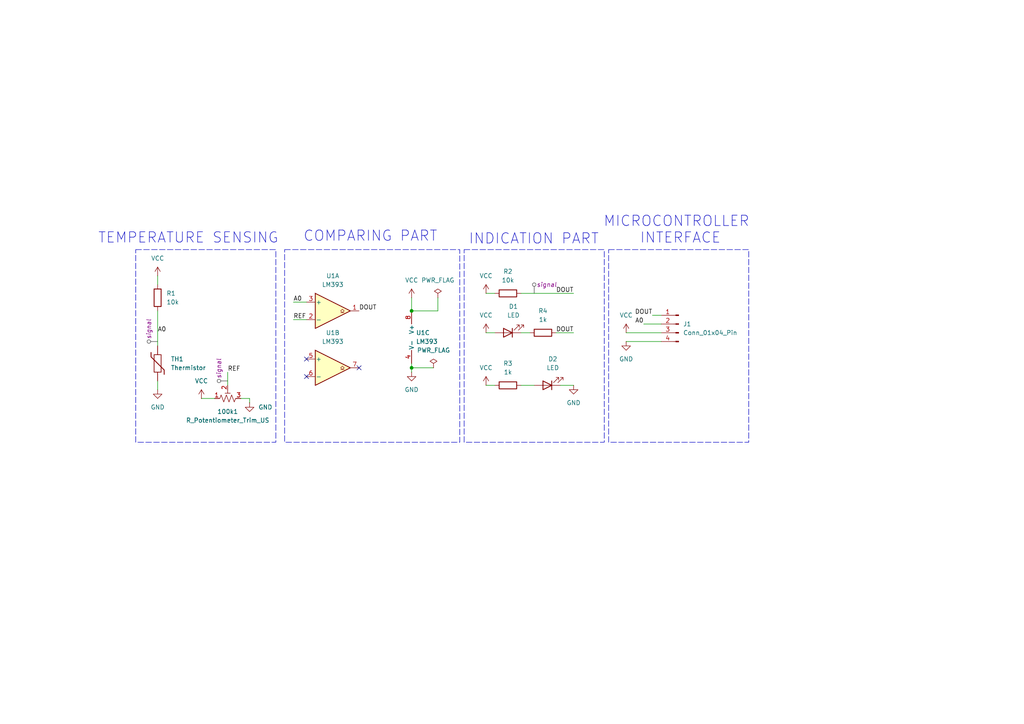
<source format=kicad_sch>
(kicad_sch (version 20231120) (generator "eeschema") (generator_version "8.0")
  (paper "A4")
  (lib_symbols
    (symbol "Comparator:LM393" (pin_names (offset 0.127))
      (property "Reference" "U" (at 3.81 3.81 0))
      (property "Value" "LM393" (at 6.35 -3.81 0))
      (symbol "LM393_1_1"
        (polyline (pts (xy -5.08 5.08) (xy 5.08 0) (xy -5.08 -5.08) (xy -5.08 5.08)) (stroke (width 0.254)) (fill (type background)))
        (polyline (pts (xy 3.302 -0.508) (xy 2.794 -0.508) (xy 3.302 0) (xy 2.794 0.508) (xy 2.286 0) (xy 2.794 -0.508) (xy 2.286 -0.508)) (stroke (width 0.127)))
        (pin open_collector line (at 7.62 0 180) (length 2.54) (name "~") (number "1"))
        (pin input line (at -7.62 -2.54 0) (length 2.54) (name "-") (number "2"))
        (pin input line (at -7.62 2.54 0) (length 2.54) (name "+") (number "3"))
      )
      (symbol "LM393_2_1"
        (polyline (pts (xy -5.08 5.08) (xy 5.08 0) (xy -5.08 -5.08) (xy -5.08 5.08)) (stroke (width 0.254)) (fill (type background)))
        (polyline (pts (xy 3.302 -0.508) (xy 2.794 -0.508) (xy 3.302 0) (xy 2.794 0.508) (xy 2.286 0) (xy 2.794 -0.508) (xy 2.286 -0.508)) (stroke (width 0.127)))
        (pin input line (at -7.62 2.54 0) (length 2.54) (name "+") (number "5"))
        (pin input line (at -7.62 -2.54 0) (length 2.54) (name "-") (number "6"))
        (pin open_collector line (at 7.62 0 180) (length 2.54) (name "~") (number "7"))
      )
      (symbol "LM393_3_1"
        (pin power_in line (at -2.54 -7.62 90) (length 3.81) (name "V-") (number "4"))
        (pin power_in line (at -2.54 7.62 270) (length 3.81) (name "V+") (number "8"))
      )
    )
    (symbol "Connector:Conn_01x04_Pin" (pin_names (offset 1.016) hide)
      (property "Reference" "J" (at 0 5.08 0))
      (property "Value" "Conn_01x04_Pin" (at 0 -7.62 0))
      (symbol "Conn_01x04_Pin_1_1"
        (polyline (pts (xy 1.27 -5.08) (xy 0.8636 -5.08)) (stroke (width 0.1524)))
        (polyline (pts (xy 1.27 -2.54) (xy 0.8636 -2.54)) (stroke (width 0.1524)))
        (polyline (pts (xy 1.27 0) (xy 0.8636 0)) (stroke (width 0.1524)))
        (polyline (pts (xy 1.27 2.54) (xy 0.8636 2.54)) (stroke (width 0.1524)))
        (rectangle (start 0.8636 -4.953) (end 0 -5.207) (stroke (width 0.1524)) (fill (type outline)))
        (rectangle (start 0.8636 -2.413) (end 0 -2.667) (stroke (width 0.1524)) (fill (type outline)))
        (rectangle (start 0.8636 0.127) (end 0 -0.127) (stroke (width 0.1524)) (fill (type outline)))
        (rectangle (start 0.8636 2.667) (end 0 2.413) (stroke (width 0.1524)) (fill (type outline)))
        (pin passive line (at 5.08 2.54 180) (length 3.81) (name "Pin_1") (number "1"))
        (pin passive line (at 5.08 0 180) (length 3.81) (name "Pin_2") (number "2"))
        (pin passive line (at 5.08 -2.54 180) (length 3.81) (name "Pin_3") (number "3"))
        (pin passive line (at 5.08 -5.08 180) (length 3.81) (name "Pin_4") (number "4"))
      )
    )
    (symbol "Device:LED" (pin_numbers hide) (pin_names (offset 1.016) hide)
      (property "Reference" "D" (at 0 2.54 0))
      (property "Value" "LED" (at 0 -2.54 0))
      (symbol "LED_0_1"
        (polyline (pts (xy -1.27 -1.27) (xy -1.27 1.27)) (stroke (width 0.254)))
        (polyline (pts (xy -1.27 0) (xy 1.27 0)))
        (polyline (pts (xy 1.27 -1.27) (xy 1.27 1.27) (xy -1.27 0) (xy 1.27 -1.27)) (stroke (width 0.254)))
        (polyline (pts (xy -3.048 -0.762) (xy -4.572 -2.286) (xy -3.81 -2.286) (xy -4.572 -2.286) (xy -4.572 -1.524)))
        (polyline (pts (xy -1.778 -0.762) (xy -3.302 -2.286) (xy -2.54 -2.286) (xy -3.302 -2.286) (xy -3.302 -1.524)))
      )
      (symbol "LED_1_1"
        (pin passive line (at -3.81 0 0) (length 2.54) (name "K") (number "1"))
        (pin passive line (at 3.81 0 180) (length 2.54) (name "A") (number "2"))
      )
    )
    (symbol "Device:R" (pin_numbers hide) (pin_names (offset 0))
      (property "Reference" "R" (at 2.032 0 90))
      (property "Value" "R" (at 0 0 90))
      (symbol "R_0_1"
        (rectangle (start -1.016 -2.54) (end 1.016 2.54) (stroke (width 0.254)))
      )
      (symbol "R_1_1"
        (pin passive line (at 0 3.81 270) (length 1.27) (name "~") (number "1"))
        (pin passive line (at 0 -3.81 90) (length 1.27) (name "~") (number "2"))
      )
    )
    (symbol "Device:R_Potentiometer_Trim_US" (pin_names (offset 1.016) hide)
      (property "Reference" "RV" (at -4.445 0 90))
      (property "Value" "R_Potentiometer_Trim_US" (at -2.54 0 90))
      (symbol "R_Potentiometer_Trim_US_0_1"
        (polyline (pts (xy 0 -2.286) (xy 0 -2.54)))
        (polyline (pts (xy 0 2.286) (xy 0 2.54)))
        (polyline (pts (xy 1.524 0.762) (xy 1.524 -0.762)))
        (polyline (pts (xy 2.54 0) (xy 1.524 0)))
        (polyline (pts (xy 0 -0.762) (xy 1.016 -1.143) (xy 0 -1.524) (xy -1.016 -1.905) (xy 0 -2.286)))
        (polyline (pts (xy 0 0.762) (xy 1.016 0.381) (xy 0 0) (xy -1.016 -0.381) (xy 0 -0.762)))
        (polyline (pts (xy 0 2.286) (xy 1.016 1.905) (xy 0 1.524) (xy -1.016 1.143) (xy 0 0.762)))
      )
      (symbol "R_Potentiometer_Trim_US_1_1"
        (pin passive line (at 0 3.81 270) (length 1.27) (name "1") (number "1"))
        (pin passive line (at 3.81 0 180) (length 1.27) (name "2") (number "2"))
        (pin passive line (at 0 -3.81 90) (length 1.27) (name "3") (number "3"))
      )
    )
    (symbol "Device:Thermistor" (pin_numbers hide) (pin_names (offset 0))
      (property "Reference" "TH" (at 2.54 1.27 90))
      (property "Value" "Thermistor" (at -2.54 0 90))
      (symbol "Thermistor_0_1"
        (rectangle (start -1.016 2.54) (end 1.016 -2.54) (stroke (width 0.2032)))
        (polyline (pts (xy -1.905 3.175) (xy -1.905 1.905) (xy 1.905 -1.905) (xy 1.905 -3.175) (xy 1.905 -3.175)) (stroke (width 0.254)))
      )
      (symbol "Thermistor_1_1"
        (pin passive line (at 0 5.08 270) (length 2.54) (name "~") (number "1"))
        (pin passive line (at 0 -5.08 90) (length 2.54) (name "~") (number "2"))
      )
    )
    (symbol "power:GND" (power) (pin_numbers hide) (pin_names (offset 0) hide)
      (property "Value" "GND" (at 0 -3.81 0))
      (symbol "GND_0_1"
        (polyline (pts (xy 0 0) (xy 0 -1.27) (xy 1.27 -1.27) (xy 0 -2.54) (xy -1.27 -1.27) (xy 0 -1.27)))
      )
      (symbol "GND_1_1"
        (pin power_in line (at 0 0 270) (length 0) (name "~") (number "1"))
      )
    )
    (symbol "power:PWR_FLAG" (power) (pin_numbers hide) (pin_names (offset 0) hide)
      (property "Value" "PWR_FLAG" (at 0 3.81 0))
      (symbol "PWR_FLAG_0_0"
        (pin power_out line (at 0 0 90) (length 0) (name "~") (number "1"))
      )
      (symbol "PWR_FLAG_0_1"
        (polyline (pts (xy 0 0) (xy 0 1.27) (xy -1.016 1.905) (xy 0 2.54) (xy 1.016 1.905) (xy 0 1.27)))
      )
    )
    (symbol "power:VCC" (power) (pin_numbers hide) (pin_names (offset 0) hide)
      (property "Value" "VCC" (at 0 3.556 0))
      (symbol "VCC_0_1"
        (polyline (pts (xy -0.762 1.27) (xy 0 2.54)))
        (polyline (pts (xy 0 0) (xy 0 2.54)))
        (polyline (pts (xy 0 2.54) (xy 0.762 1.27)))
      )
      (symbol "VCC_1_1"
        (pin power_in line (at 0 0 90) (length 0) (name "~") (number "1"))
      )
    )
  )
  (junction (at 119.38 106.68))
  (junction (at 119.38 90.17))
  (no_connect (at 88.9 109.22))
  (no_connect (at 88.9 104.14))
  (no_connect (at 104.14 106.68))
  (wire (pts (xy 72.39 116.84) (xy 72.39 115.57)))
  (wire (pts (xy 181.61 96.52) (xy 191.77 96.52)))
  (wire (pts (xy 72.39 115.57) (xy 69.85 115.57)))
  (wire (pts (xy 127 90.17) (xy 127 86.36)))
  (wire (pts (xy 161.29 96.52) (xy 166.37 96.52)))
  (wire (pts (xy 119.38 106.68) (xy 119.38 105.41)))
  (wire (pts (xy 45.72 90.17) (xy 45.72 100.33)))
  (wire (pts (xy 186.69 93.98) (xy 191.77 93.98)))
  (wire (pts (xy 181.61 99.06) (xy 191.77 99.06)))
  (wire (pts (xy 140.97 85.09) (xy 143.51 85.09)))
  (wire (pts (xy 85.09 92.71) (xy 88.9 92.71)))
  (wire (pts (xy 119.38 107.95) (xy 119.38 106.68)))
  (wire (pts (xy 85.09 87.63) (xy 88.9 87.63)))
  (wire (pts (xy 58.42 115.57) (xy 62.23 115.57)))
  (wire (pts (xy 119.38 106.68) (xy 125.73 106.68)))
  (wire (pts (xy 189.23 91.44) (xy 191.77 91.44)))
  (wire (pts (xy 45.72 113.03) (xy 45.72 110.49)))
  (wire (pts (xy 162.56 111.76) (xy 166.37 111.76)))
  (wire (pts (xy 151.13 96.52) (xy 153.67 96.52)))
  (wire (pts (xy 119.38 86.36) (xy 119.38 90.17)))
  (wire (pts (xy 140.97 111.76) (xy 143.51 111.76)))
  (wire (pts (xy 140.97 96.52) (xy 143.51 96.52)))
  (wire (pts (xy 119.38 90.17) (xy 127 90.17)))
  (wire (pts (xy 45.72 80.01) (xy 45.72 82.55)))
  (wire (pts (xy 66.04 107.95) (xy 66.04 111.76)))
  (wire (pts (xy 151.13 85.09) (xy 166.37 85.09)))
  (wire (pts (xy 151.13 111.76) (xy 154.94 111.76)))
  (rectangle (start 39.37 72.39) (end 80.01 128.27) (stroke (width 0) (type dash)))
  (rectangle (start 176.53 72.39) (end 217.17 128.27) (stroke (width 0) (type dash)))
  (rectangle (start 134.62 72.39) (end 175.26 128.27) (stroke (width 0) (type dash)))
  (rectangle (start 82.55 72.39) (end 133.35 128.27) (stroke (width 0) (type dash)))
  (text "MICROCONTROLLER \nINTERFACE" (at 197.358 70.866 0) (effects (font (size 3 3)) (justify bottom)))
  (text "INDICATION PART" (at 135.89 71.12 0) (effects (font (size 3 3)) (justify left bottom)))
  (text "COMPARING PART\n" (at 107.442 68.58 0) (effects (font (size 3 3))))
  (text "TEMPERATURE SENSING\n" (at 54.61 69.088 0) (effects (font (size 3 3))))
  (label "DOUT" (at 166.37 85.09 180))
  (label "A0" (at 85.09 87.63 0))
  (label "REF" (at 66.04 107.95 0))
  (label "A0" (at 45.72 96.52 0))
  (label "DOUT" (at 166.37 96.52 180))
  (label "DOUT" (at 104.14 90.17 0))
  (label "REF" (at 85.09 92.71 0))
  (label "A0" (at 186.69 93.98 180))
  (label "DOUT" (at 189.23 91.44 180))
  (netclass_flag "" (length 2.54) (shape round) (at 45.72 99.06 90) (property "Netclass" "signal" (at 43.18 98.3615 90) (effects (font (italic yes)) (justify left))))
  (netclass_flag "" (length 2.54) (shape round) (at 154.94 85.09 0) (property "Netclass" "signal" (at 155.6385 82.55 0) (effects (font (italic yes)) (justify left))))
  (netclass_flag "" (length 2.54) (shape round) (at 66.04 110.49 90) (property "Netclass" "signal" (at 63.5 109.7915 90) (effects (font (italic yes)) (justify left))))
  (symbol (lib_id "power:GND") (at 119.38 107.95 0) (unit 1)
    (property "Reference" "#PWR03" (effects (hide yes)))
    (property "Value" "GND" (at 119.38 113.03 0))
    (property "Description" "Power symbol creates a global label with name \"GND\" , ground" (effects (hide yes)))
  )
  (symbol (lib_id "Device:LED") (at 147.32 96.52 180) (unit 1)
    (property "Reference" "D1" (at 148.9075 88.9 0))
    (property "Value" "LED" (at 148.9075 91.44 0))
    (property "Footprint" "LED_SMD:LED_0603_1608Metric" (effects (hide yes)))
    (property "Description" "Light emitting diode" (effects (hide yes)))
  )
  (symbol (lib_id "power:GND") (at 45.72 113.03 0) (unit 1)
    (property "Reference" "#PWR06" (effects (hide yes)))
    (property "Value" "GND" (at 45.72 118.11 0))
    (property "Description" "Power symbol creates a global label with name \"GND\" , ground" (effects (hide yes)))
  )
  (symbol (lib_id "power:VCC") (at 45.72 80.01 0) (unit 1)
    (property "Reference" "#PWR05" (effects (hide yes)))
    (property "Value" "VCC" (at 45.72 74.93 0))
    (property "Description" "Power symbol creates a global label with name \"VCC\"" (effects (hide yes)))
  )
  (symbol (lib_id "Device:R") (at 45.72 86.36 0) (unit 1)
    (property "Reference" "R1" (at 48.26 85.0899 0) (effects (justify left)))
    (property "Value" "10k" (at 48.26 87.6299 0) (effects (justify left)))
    (property "Footprint" "Resistor_SMD:R_0603_1608Metric" (effects (hide yes)))
    (property "Description" "Resistor" (effects (hide yes)))
  )
  (symbol (lib_id "Comparator:LM393") (at 96.52 106.68 0) (unit 2)
    (property "Reference" "U1" (at 96.52 96.52 0))
    (property "Value" "LM393" (at 96.52 99.06 0))
    (property "Footprint" "Package_SO:SOP-8_5.28x5.23mm_P1.27mm" (effects (hide yes)))
    (property "Datasheet" "http://www.ti.com/lit/ds/symlink/lm393.pdf" (effects (hide yes)))
    (property "Description" "Low-Power, Low-Offset Voltage, Dual Comparators, DIP-8/SOIC-8/TO-99-8" (effects (hide yes)))
  )
  (symbol (lib_id "power:VCC") (at 58.42 115.57 0) (unit 1)
    (property "Reference" "#PWR08" (effects (hide yes)))
    (property "Value" "VCC" (at 58.42 110.49 0))
    (property "Description" "Power symbol creates a global label with name \"VCC\"" (effects (hide yes)))
  )
  (symbol (lib_id "power:VCC") (at 140.97 85.09 0) (unit 1)
    (property "Reference" "#PWR09" (effects (hide yes)))
    (property "Value" "VCC" (at 140.97 80.01 0))
    (property "Description" "Power symbol creates a global label with name \"VCC\"" (effects (hide yes)))
  )
  (symbol (lib_id "Device:R") (at 147.32 111.76 90) (unit 1)
    (property "Reference" "R3" (at 147.32 105.41 90))
    (property "Value" "1k" (at 147.32 107.95 90))
    (property "Footprint" "Resistor_SMD:R_0603_1608Metric" (effects (hide yes)))
    (property "Description" "Resistor" (effects (hide yes)))
  )
  (symbol (lib_id "power:VCC") (at 181.61 96.52 0) (unit 1)
    (property "Reference" "#PWR011" (effects (hide yes)))
    (property "Value" "VCC" (at 181.61 91.44 0))
    (property "Description" "Power symbol creates a global label with name \"VCC\"" (effects (hide yes)))
  )
  (symbol (lib_id "Connector:Conn_01x04_Pin") (at 196.85 93.98 0) (mirror y) (unit 1)
    (property "Reference" "J1" (at 198.12 93.9799 0) (effects (justify right)))
    (property "Value" "Conn_01x04_Pin" (at 198.12 96.5199 0) (effects (justify right)))
    (property "Footprint" "Connector_PinHeader_2.54mm:PinHeader_1x04_P2.54mm_Horizontal" (effects (hide yes)))
    (property "Description" "Generic connector, single row, 01x04, script generated" (effects (hide yes)))
  )
  (symbol (lib_id "power:GND") (at 72.39 116.84 0) (unit 1)
    (property "Reference" "#PWR07" (effects (hide yes)))
    (property "Value" "GND" (at 74.93 118.1099 0) (effects (justify left)))
    (property "Description" "Power symbol creates a global label with name \"GND\" , ground" (effects (hide yes)))
  )
  (symbol (lib_id "Device:R") (at 157.48 96.52 270) (mirror x) (unit 1)
    (property "Reference" "R4" (at 157.48 90.17 90))
    (property "Value" "1k" (at 157.48 92.71 90))
    (property "Footprint" "Resistor_SMD:R_0603_1608Metric" (effects (hide yes)))
    (property "Description" "Resistor" (effects (hide yes)))
  )
  (symbol (lib_id "power:PWR_FLAG") (at 127 86.36 0) (unit 1)
    (property "Reference" "#FLG01" (effects (hide yes)))
    (property "Value" "PWR_FLAG" (at 127 81.28 0))
    (property "Description" "Special symbol for telling ERC where power comes from" (effects (hide yes)))
  )
  (symbol (lib_id "Comparator:LM393") (at 121.92 97.79 0) (unit 3)
    (property "Reference" "U1" (at 120.65 96.5199 0) (effects (justify left)))
    (property "Value" "LM393" (at 120.65 99.0599 0) (effects (justify left)))
    (property "Footprint" "Package_SO:SOP-8_5.28x5.23mm_P1.27mm" (effects (hide yes)))
    (property "Datasheet" "http://www.ti.com/lit/ds/symlink/lm393.pdf" (effects (hide yes)))
    (property "Description" "Low-Power, Low-Offset Voltage, Dual Comparators, DIP-8/SOIC-8/TO-99-8" (effects (hide yes)))
  )
  (symbol (lib_id "power:GND") (at 181.61 99.06 0) (unit 1)
    (property "Reference" "#PWR012" (effects (hide yes)))
    (property "Value" "GND" (at 181.61 104.14 0))
    (property "Description" "Power symbol creates a global label with name \"GND\" , ground" (effects (hide yes)))
  )
  (symbol (lib_id "power:GND") (at 166.37 111.76 0) (unit 1)
    (property "Reference" "#PWR04" (effects (hide yes)))
    (property "Value" "GND" (at 166.37 116.84 0))
    (property "Description" "Power symbol creates a global label with name \"GND\" , ground" (effects (hide yes)))
  )
  (symbol (lib_id "Device:LED") (at 158.75 111.76 180) (unit 1)
    (property "Reference" "D2" (at 160.3375 104.14 0))
    (property "Value" "LED" (at 160.3375 106.68 0))
    (property "Footprint" "LED_SMD:LED_0603_1608Metric" (effects (hide yes)))
    (property "Description" "Light emitting diode" (effects (hide yes)))
  )
  (symbol (lib_id "Comparator:LM393") (at 96.52 90.17 0) (unit 1)
    (property "Reference" "U1" (at 96.52 80.01 0))
    (property "Value" "LM393" (at 96.52 82.55 0))
    (property "Footprint" "Package_SO:SOP-8_5.28x5.23mm_P1.27mm" (effects (hide yes)))
    (property "Datasheet" "http://www.ti.com/lit/ds/symlink/lm393.pdf" (effects (hide yes)))
    (property "Description" "Low-Power, Low-Offset Voltage, Dual Comparators, DIP-8/SOIC-8/TO-99-8" (effects (hide yes)))
  )
  (symbol (lib_id "Device:Thermistor") (at 45.72 105.41 0) (unit 1)
    (property "Reference" "TH1" (at 49.53 104.1399 0) (effects (justify left)))
    (property "Value" "Thermistor" (at 49.53 106.6799 0) (effects (justify left)))
    (property "Footprint" "Resistor_SMD:R_0805_2012Metric" (effects (hide yes)))
    (property "Description" "Temperature dependent resistor" (effects (hide yes)))
  )
  (symbol (lib_id "power:VCC") (at 140.97 111.76 0) (unit 1)
    (property "Reference" "#PWR02" (effects (hide yes)))
    (property "Value" "VCC" (at 140.97 106.68 0))
    (property "Description" "Power symbol creates a global label with name \"VCC\"" (effects (hide yes)))
  )
  (symbol (lib_id "power:VCC") (at 119.38 86.36 0) (unit 1)
    (property "Reference" "#PWR01" (effects (hide yes)))
    (property "Value" "VCC" (at 119.38 81.28 0))
    (property "Description" "Power symbol creates a global label with name \"VCC\"" (effects (hide yes)))
  )
  (symbol (lib_id "Device:R_Potentiometer_Trim_US") (at 66.04 115.57 90) (unit 1)
    (property "Reference" "100k1" (at 66.04 119.38 90))
    (property "Value" "R_Potentiometer_Trim_US" (at 66.04 121.92 90))
    (property "Footprint" "Library:TRIM_3352T-1-504LF" (effects (hide yes)))
    (property "Description" "Trim-potentiometer, US symbol" (effects (hide yes)))
  )
  (symbol (lib_id "Device:R") (at 147.32 85.09 270) (mirror x) (unit 1)
    (property "Reference" "R2" (at 147.32 78.74 90))
    (property "Value" "10k" (at 147.32 81.28 90))
    (property "Footprint" "Resistor_SMD:R_0603_1608Metric" (effects (hide yes)))
    (property "Description" "Resistor" (effects (hide yes)))
  )
  (symbol (lib_id "power:PWR_FLAG") (at 125.73 106.68 0) (unit 1)
    (property "Reference" "#FLG02" (effects (hide yes)))
    (property "Value" "PWR_FLAG" (at 125.73 101.6 0))
    (property "Description" "Special symbol for telling ERC where power comes from" (effects (hide yes)))
  )
  (symbol (lib_id "power:VCC") (at 140.97 96.52 0) (unit 1)
    (property "Reference" "#PWR010" (effects (hide yes)))
    (property "Value" "VCC" (at 140.97 91.44 0))
    (property "Description" "Power symbol creates a global label with name \"VCC\"" (effects (hide yes)))
  )
)
</source>
